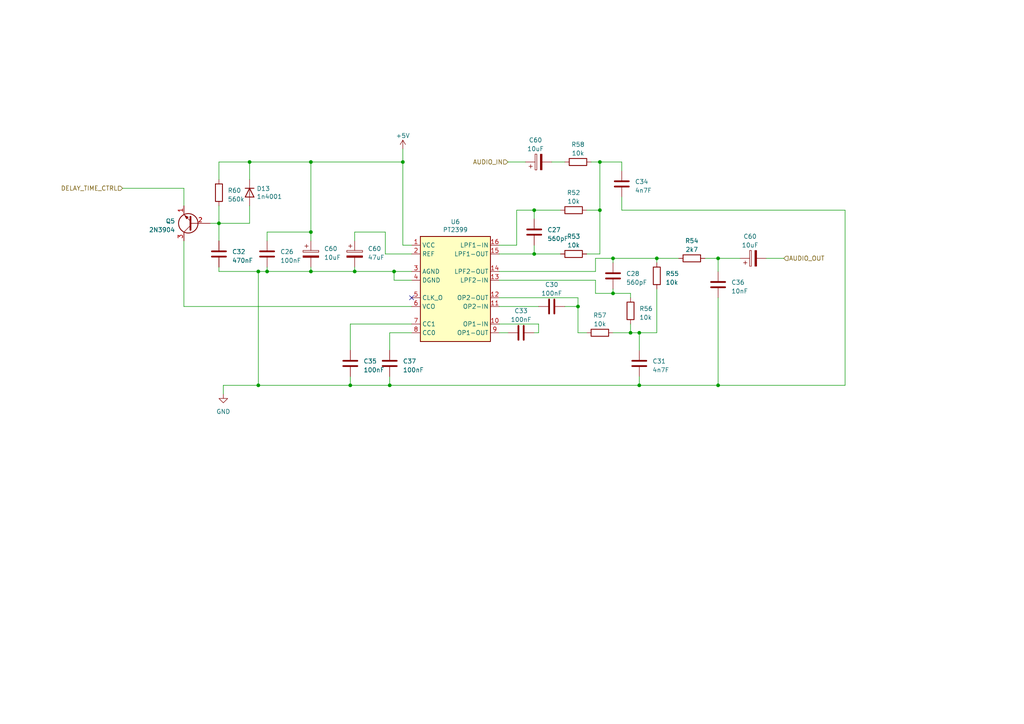
<source format=kicad_sch>
(kicad_sch (version 20230121) (generator eeschema)
  (paper "A4")
  (title_block (date "2022-03-04") (rev "v05") (comment 2 "creativecommons.org/licenses/by/4.0/") (comment 3 "License: CC BY 4.0") (comment 4 "Author: Guy John"))
  (lib_symbols
    (symbol "Audio:PT2399"
      (property "Reference" "U" (at 0 17.78 0))
      (property "Value" "PT2399" (at 0 -17.78 0))
      (symbol "PT2399_0_1"
        (rectangle (start -10.16 15.24) (end 10.16 -15.24) (stroke (width 0.254)) (fill (type background)))
      )
      (symbol "PT2399_1_1"
        (pin power_in line (at -12.7 12.7 0) (length 2.54) (name "VCC") (number "1"))
        (pin input line (at 12.7 -10.16 180) (length 2.54) (name "OP1-IN") (number "10"))
        (pin input line (at 12.7 -5.08 180) (length 2.54) (name "OP2-IN") (number "11"))
        (pin output line (at 12.7 -2.54 180) (length 2.54) (name "OP2-OUT") (number "12"))
        (pin input line (at 12.7 2.54 180) (length 2.54) (name "LPF2-IN") (number "13"))
        (pin output line (at 12.7 5.08 180) (length 2.54) (name "LPF2-OUT") (number "14"))
        (pin output line (at 12.7 10.16 180) (length 2.54) (name "LPF1-OUT") (number "15"))
        (pin input line (at 12.7 12.7 180) (length 2.54) (name "LPF1-IN") (number "16"))
        (pin passive line (at -12.7 10.16 0) (length 2.54) (name "REF") (number "2"))
        (pin power_in line (at -12.7 5.08 0) (length 2.54) (name "AGND") (number "3"))
        (pin power_in line (at -12.7 2.54 0) (length 2.54) (name "DGND") (number "4"))
        (pin passive line (at -12.7 -2.54 0) (length 2.54) (name "CLK_O") (number "5"))
        (pin passive line (at -12.7 -5.08 0) (length 2.54) (name "VCO") (number "6"))
        (pin passive line (at -12.7 -10.16 0) (length 2.54) (name "CC1") (number "7"))
        (pin passive line (at -12.7 -12.7 0) (length 2.54) (name "CC0") (number "8"))
        (pin output line (at 12.7 -12.7 180) (length 2.54) (name "OP1-OUT") (number "9"))
      )
    )
    (symbol "Device:D" (pin_numbers hide) (pin_names (offset 1.016) hide)
      (property "Reference" "D" (at 0 2.54 0))
      (property "Value" "D" (at 0 -2.54 0))
      (symbol "D_0_1"
        (polyline (pts (xy -1.27 1.27) (xy -1.27 -1.27)) (stroke (width 0.254)))
        (polyline (pts (xy 1.27 0) (xy -1.27 0)))
        (polyline (pts (xy 1.27 1.27) (xy 1.27 -1.27) (xy -1.27 0) (xy 1.27 1.27)) (stroke (width 0.254)))
      )
      (symbol "D_1_1"
        (pin passive line (at -3.81 0 0) (length 2.54) (name "K") (number "1"))
        (pin passive line (at 3.81 0 180) (length 2.54) (name "A") (number "2"))
      )
    )
    (symbol "Rumblesan Standard Parts:C" (pin_numbers hide) (pin_names (offset 0.254) hide)
      (property "Reference" "C?" (at -6.35 0 90))
      (property "Value" "C" (at -3.81 0 90))
      (symbol "C_0_1"
        (polyline (pts (xy -2.032 -0.762) (xy 2.032 -0.762)) (stroke (width 0.508)))
        (polyline (pts (xy -2.032 0.762) (xy 2.032 0.762)) (stroke (width 0.508)))
      )
      (symbol "C_1_1"
        (pin passive line (at 0 3.81 270) (length 2.794) (name "~") (number "1"))
        (pin passive line (at 0 -3.81 90) (length 2.794) (name "~") (number "2"))
      )
    )
    (symbol "Rumblesan Standard Parts:C_Polarized" (pin_numbers hide) (pin_names (offset 0.254) hide)
      (property "Reference" "C?" (at -6.35 0 90))
      (property "Value" "C_Polarized" (at -3.81 0 90))
      (symbol "C_Polarized_0_1"
        (rectangle (start -2.286 0.508) (end 2.286 1.016))
        (polyline (pts (xy -1.778 2.286) (xy -0.762 2.286)))
        (polyline (pts (xy -1.27 2.794) (xy -1.27 1.778)))
        (rectangle (start 2.286 -0.508) (end -2.286 -1.016) (fill (type outline)))
      )
      (symbol "C_Polarized_1_1"
        (pin passive line (at 0 3.81 270) (length 2.794) (name "~") (number "1"))
        (pin passive line (at 0 -3.81 90) (length 2.794) (name "~") (number "2"))
      )
    )
    (symbol "Rumblesan Standard Parts:R" (pin_numbers hide) (pin_names (offset 0))
      (property "Reference" "R?" (at -5.08 0 90))
      (property "Value" "R" (at -2.54 0 90))
      (symbol "R_0_1"
        (rectangle (start 1.016 2.54) (end -1.016 -2.54) (stroke (width 0.254)))
      )
      (symbol "R_1_1"
        (pin passive line (at 0 -3.81 90) (length 1.27) (name "~") (number "1"))
        (pin passive line (at 0 3.81 270) (length 1.27) (name "~") (number "2"))
      )
    )
    (symbol "Transistor_BJT:2N3904" (pin_names (offset 0) hide)
      (property "Reference" "Q" (at 5.08 1.905 0))
      (property "Value" "2N3904" (at 5.08 0 0))
      (symbol "2N3904_0_1"
        (polyline (pts (xy 0.635 0.635) (xy 2.54 2.54)))
        (polyline (pts (xy 0.635 -0.635) (xy 2.54 -2.54) (xy 2.54 -2.54)))
        (polyline (pts (xy 0.635 1.905) (xy 0.635 -1.905) (xy 0.635 -1.905)) (stroke (width 0.508)))
        (polyline (pts (xy 1.27 -1.778) (xy 1.778 -1.27) (xy 2.286 -2.286) (xy 1.27 -1.778) (xy 1.27 -1.778)) (fill (type outline)))
        (circle (center 1.27 0) (radius 2.8194) (stroke (width 0.254)))
      )
      (symbol "2N3904_1_1"
        (pin passive line (at 2.54 -5.08 90) (length 2.54) (name "E") (number "1"))
        (pin passive line (at -5.08 0 0) (length 5.715) (name "B") (number "2"))
        (pin passive line (at 2.54 5.08 270) (length 2.54) (name "C") (number "3"))
      )
    )
    (symbol "power:+5V" (power) (pin_names (offset 0))
      (property "Value" "+5V" (at 0 3.556 0))
      (symbol "+5V_0_1"
        (polyline (pts (xy -0.762 1.27) (xy 0 2.54)))
        (polyline (pts (xy 0 0) (xy 0 2.54)))
        (polyline (pts (xy 0 2.54) (xy 0.762 1.27)))
      )
      (symbol "+5V_1_1"
        (pin power_in line (at 0 0 90) (length 0) hide (name "+5V") (number "1"))
      )
    )
    (symbol "power:GND" (power) (pin_names (offset 0))
      (property "Value" "GND" (at 0 -3.81 0))
      (symbol "GND_0_1"
        (polyline (pts (xy 0 0) (xy 0 -1.27) (xy 1.27 -1.27) (xy 0 -2.54) (xy -1.27 -1.27) (xy 0 -1.27)))
      )
      (symbol "GND_1_1"
        (pin power_in line (at 0 0 270) (length 0) hide (name "GND") (number "1"))
      )
    )
  )
  (junction (at 154.94 73.66))
  (junction (at 173.99 60.96))
  (junction (at 101.6 111.76))
  (junction (at 63.5 64.77))
  (junction (at 167.64 88.9))
  (junction (at 177.8 74.93))
  (junction (at 177.8 85.09))
  (junction (at 77.47 78.74))
  (junction (at 185.42 96.52))
  (junction (at 102.87 78.74))
  (junction (at 173.99 46.99))
  (junction (at 116.84 46.99))
  (junction (at 90.17 78.74))
  (junction (at 114.3 78.74))
  (junction (at 182.88 96.52))
  (junction (at 90.17 46.99))
  (junction (at 190.5 74.93))
  (junction (at 74.93 78.74))
  (junction (at 185.42 111.76))
  (junction (at 154.94 60.96))
  (junction (at 90.17 67.31))
  (junction (at 74.93 111.76))
  (junction (at 113.03 111.76))
  (junction (at 208.28 74.93))
  (junction (at 208.28 111.76))
  (junction (at 72.39 46.99))
  (no_connect (at 119.38 86.36))
  (wire (pts (xy 182.88 86.36) (xy 182.88 85.09)))
  (wire (pts (xy 172.72 78.74) (xy 172.72 74.93)))
  (wire (pts (xy 149.86 71.12) (xy 149.86 60.96)))
  (wire (pts (xy 144.78 96.52) (xy 147.32 96.52)))
  (wire (pts (xy 77.47 67.31) (xy 90.17 67.31)))
  (wire (pts (xy 190.5 74.93) (xy 196.85 74.93)))
  (wire (pts (xy 63.5 64.77) (xy 72.39 64.77)))
  (wire (pts (xy 119.38 81.28) (xy 114.3 81.28)))
  (wire (pts (xy 63.5 64.77) (xy 63.5 69.85)))
  (wire (pts (xy 144.78 86.36) (xy 167.64 86.36)))
  (wire (pts (xy 190.5 83.82) (xy 190.5 96.52)))
  (wire (pts (xy 156.21 93.98) (xy 144.78 93.98)))
  (wire (pts (xy 185.42 96.52) (xy 185.42 101.6)))
  (wire (pts (xy 113.03 111.76) (xy 113.03 109.22)))
  (wire (pts (xy 144.78 73.66) (xy 154.94 73.66)))
  (wire (pts (xy 53.34 88.9) (xy 119.38 88.9)))
  (wire (pts (xy 245.11 111.76) (xy 208.28 111.76)))
  (wire (pts (xy 101.6 109.22) (xy 101.6 111.76)))
  (wire (pts (xy 102.87 67.31) (xy 102.87 69.85)))
  (wire (pts (xy 147.32 46.99) (xy 152.4 46.99)))
  (wire (pts (xy 90.17 46.99) (xy 116.84 46.99)))
  (wire (pts (xy 167.64 96.52) (xy 170.18 96.52)))
  (wire (pts (xy 111.76 67.31) (xy 102.87 67.31)))
  (wire (pts (xy 162.56 73.66) (xy 154.94 73.66)))
  (wire (pts (xy 180.34 46.99) (xy 180.34 49.53)))
  (wire (pts (xy 172.72 74.93) (xy 177.8 74.93)))
  (wire (pts (xy 170.18 60.96) (xy 173.99 60.96)))
  (wire (pts (xy 114.3 81.28) (xy 114.3 78.74)))
  (wire (pts (xy 208.28 74.93) (xy 214.63 74.93)))
  (wire (pts (xy 144.78 78.74) (xy 172.72 78.74)))
  (wire (pts (xy 154.94 96.52) (xy 156.21 96.52)))
  (wire (pts (xy 172.72 85.09) (xy 177.8 85.09)))
  (wire (pts (xy 90.17 46.99) (xy 72.39 46.99)))
  (wire (pts (xy 204.47 74.93) (xy 208.28 74.93)))
  (wire (pts (xy 149.86 60.96) (xy 154.94 60.96)))
  (wire (pts (xy 208.28 111.76) (xy 185.42 111.76)))
  (wire (pts (xy 171.45 46.99) (xy 173.99 46.99)))
  (wire (pts (xy 63.5 78.74) (xy 74.93 78.74)))
  (wire (pts (xy 35.56 54.61) (xy 53.34 54.61)))
  (wire (pts (xy 116.84 46.99) (xy 116.84 71.12)))
  (wire (pts (xy 154.94 60.96) (xy 162.56 60.96)))
  (wire (pts (xy 63.5 46.99) (xy 63.5 52.07)))
  (wire (pts (xy 177.8 74.93) (xy 190.5 74.93)))
  (wire (pts (xy 172.72 81.28) (xy 172.72 85.09)))
  (wire (pts (xy 90.17 46.99) (xy 90.17 67.31)))
  (wire (pts (xy 113.03 96.52) (xy 113.03 101.6)))
  (wire (pts (xy 154.94 73.66) (xy 154.94 71.12)))
  (wire (pts (xy 101.6 111.76) (xy 113.03 111.76)))
  (wire (pts (xy 77.47 78.74) (xy 90.17 78.74)))
  (wire (pts (xy 114.3 78.74) (xy 119.38 78.74)))
  (wire (pts (xy 102.87 78.74) (xy 90.17 78.74)))
  (wire (pts (xy 190.5 76.2) (xy 190.5 74.93)))
  (wire (pts (xy 119.38 93.98) (xy 101.6 93.98)))
  (wire (pts (xy 60.96 64.77) (xy 63.5 64.77)))
  (wire (pts (xy 170.18 73.66) (xy 173.99 73.66)))
  (wire (pts (xy 190.5 96.52) (xy 185.42 96.52)))
  (wire (pts (xy 116.84 71.12) (xy 119.38 71.12)))
  (wire (pts (xy 245.11 60.96) (xy 245.11 111.76)))
  (wire (pts (xy 177.8 74.93) (xy 177.8 76.2)))
  (wire (pts (xy 156.21 96.52) (xy 156.21 93.98)))
  (wire (pts (xy 182.88 93.98) (xy 182.88 96.52)))
  (wire (pts (xy 208.28 74.93) (xy 208.28 78.74)))
  (wire (pts (xy 154.94 60.96) (xy 154.94 63.5)))
  (wire (pts (xy 72.39 64.77) (xy 72.39 59.69)))
  (wire (pts (xy 180.34 46.99) (xy 173.99 46.99)))
  (wire (pts (xy 90.17 69.85) (xy 90.17 67.31)))
  (wire (pts (xy 119.38 96.52) (xy 113.03 96.52)))
  (wire (pts (xy 180.34 57.15) (xy 180.34 60.96)))
  (wire (pts (xy 72.39 46.99) (xy 63.5 46.99)))
  (wire (pts (xy 90.17 78.74) (xy 90.17 77.47)))
  (wire (pts (xy 177.8 85.09) (xy 177.8 83.82)))
  (wire (pts (xy 101.6 93.98) (xy 101.6 101.6)))
  (wire (pts (xy 185.42 109.22) (xy 185.42 111.76)))
  (wire (pts (xy 113.03 111.76) (xy 185.42 111.76)))
  (wire (pts (xy 173.99 73.66) (xy 173.99 60.96)))
  (wire (pts (xy 53.34 88.9) (xy 53.34 69.85)))
  (wire (pts (xy 116.84 43.18) (xy 116.84 46.99)))
  (wire (pts (xy 182.88 85.09) (xy 177.8 85.09)))
  (wire (pts (xy 77.47 77.47) (xy 77.47 78.74)))
  (wire (pts (xy 74.93 78.74) (xy 77.47 78.74)))
  (wire (pts (xy 222.25 74.93) (xy 227.33 74.93)))
  (wire (pts (xy 208.28 86.36) (xy 208.28 111.76)))
  (wire (pts (xy 111.76 67.31) (xy 111.76 73.66)))
  (wire (pts (xy 102.87 78.74) (xy 114.3 78.74)))
  (wire (pts (xy 53.34 54.61) (xy 53.34 59.69)))
  (wire (pts (xy 72.39 52.07) (xy 72.39 46.99)))
  (wire (pts (xy 64.77 111.76) (xy 64.77 114.3)))
  (wire (pts (xy 74.93 111.76) (xy 101.6 111.76)))
  (wire (pts (xy 160.02 46.99) (xy 163.83 46.99)))
  (wire (pts (xy 63.5 59.69) (xy 63.5 64.77)))
  (wire (pts (xy 144.78 81.28) (xy 172.72 81.28)))
  (wire (pts (xy 177.8 96.52) (xy 182.88 96.52)))
  (wire (pts (xy 77.47 69.85) (xy 77.47 67.31)))
  (wire (pts (xy 111.76 73.66) (xy 119.38 73.66)))
  (wire (pts (xy 144.78 88.9) (xy 156.21 88.9)))
  (wire (pts (xy 182.88 96.52) (xy 185.42 96.52)))
  (wire (pts (xy 74.93 78.74) (xy 74.93 111.76)))
  (wire (pts (xy 74.93 111.76) (xy 64.77 111.76)))
  (wire (pts (xy 144.78 71.12) (xy 149.86 71.12)))
  (wire (pts (xy 167.64 88.9) (xy 167.64 96.52)))
  (wire (pts (xy 173.99 46.99) (xy 173.99 60.96)))
  (wire (pts (xy 63.5 77.47) (xy 63.5 78.74)))
  (wire (pts (xy 102.87 77.47) (xy 102.87 78.74)))
  (wire (pts (xy 180.34 60.96) (xy 245.11 60.96)))
  (wire (pts (xy 167.64 86.36) (xy 167.64 88.9)))
  (wire (pts (xy 167.64 88.9) (xy 163.83 88.9)))
  (hierarchical_label "AUDIO_IN" (shape input) (at 147.32 46.99 180))
  (hierarchical_label "DELAY_TIME_CTRL" (shape input) (at 35.56 54.61 180))
  (hierarchical_label "AUDIO_OUT" (shape input) (at 227.33 74.93 0))
  (symbol (lib_id "Audio:PT2399") (at 132.08 83.82 0) (unit 1)
    (property "Reference" "U6" (at 132.08 64.3382 0))
    (property "Value" "PT2399" (at 132.08 66.6496 0))
    (property "Footprint" "Package_DIP:DIP-16_W7.62mm_Socket" (effects hide))
    (property "Datasheet" "http://sound.westhost.com/pt2399.pdf" (effects hide))
    (instances (project "dual-digi-delay" (path "" (reference "U6") (unit 1)) (path "" (reference "U8") (unit 1))))
  )
  (symbol (lib_id "Device:D") (at 72.39 55.88 270) (unit 1)
    (property "Reference" "D13" (at 74.422 54.7116 90) (effects (justify left)))
    (property "Value" "1n4001" (at 74.422 57.023 90) (effects (justify left)))
    (property "Footprint" "Rumblesan_Standard_Parts:D_DO-41_SOD81_P10.16mm_Horizontal" (effects hide))
    (property "Sim.Device" "D" (effects hide))
    (property "Sim.Pins" "1=K 2=A" (effects hide))
    (instances (project "dual-digi-delay" (path "" (reference "D13") (unit 1)) (path "" (reference "D14") (unit 1))))
  )
  (symbol (lib_id "Rumblesan Standard Parts:C") (at 151.13 96.52 90) (unit 1)
    (property "Reference" "C33" (at 151.13 90.17 90))
    (property "Value" "100nF" (at 151.13 92.71 90))
    (property "Footprint" "Rumblesan_Standard_Parts:C_Rect_L7.0mm_W3.5mm_P5.00mm" (effects hide))
    (property "Spec" "ceramic C0G" (effects hide))
    (property "Tolerance" "5%" (effects hide))
    (instances (project "dual-digi-delay" (path "" (reference "C33") (unit 1)) (path "" (reference "C55") (unit 1))))
  )
  (symbol (lib_id "Rumblesan Standard Parts:R") (at 182.88 90.17 0) (unit 1)
    (property "Reference" "R56" (at 185.42 89.535 0) (effects (justify left)))
    (property "Value" "10k" (at 185.42 92.075 0) (effects (justify left)))
    (property "Footprint" "Rumblesan_Standard_Parts:R_Axial_DIN0207_L6.3mm_D2.5mm_P10.16mm_Horizontal" (effects hide))
    (property "Tolerance" "1%" (effects hide))
    (property "Power" "0.5W" (effects hide))
    (property "Spec" "metal film" (effects hide))
    (instances (project "dual-digi-delay" (path "" (reference "R56") (unit 1)) (path "" (reference "R68") (unit 1))))
  )
  (symbol (lib_id "Rumblesan Standard Parts:C_Polarized") (at 102.87 73.66 0) (unit 1)
    (property "Reference" "C60" (at 106.68 72.136 0) (effects (justify left)))
    (property "Value" "47uF" (at 106.68 74.676 0) (effects (justify left)))
    (property "Footprint" "Rumblesan_Standard_Parts:CP_Radial_D8.0mm_P3.50mm" (effects hide))
    (property "Spec" "electrolytic" (effects hide))
    (property "Tolerance" "20%" (effects hide))
    (property "Voltage" "50v" (effects hide))
    (instances (project "dual-digi-delay" (path "" (reference "C60") (unit 1)) (path "" (reference "C29") (unit 1)) (path "" (reference "C48") (unit 1))))
  )
  (symbol (lib_id "Rumblesan Standard Parts:R") (at 167.64 46.99 90) (unit 1)
    (property "Reference" "R58" (at 167.64 41.91 90))
    (property "Value" "10k" (at 167.64 44.45 90))
    (property "Footprint" "Rumblesan_Standard_Parts:R_Axial_DIN0207_L6.3mm_D2.5mm_P10.16mm_Horizontal" (effects hide))
    (property "Tolerance" "1%" (effects hide))
    (property "Power" "0.5W" (effects hide))
    (property "Spec" "metal film" (effects hide))
    (instances (project "dual-digi-delay" (path "" (reference "R58") (unit 1)) (path "" (reference "R63") (unit 1))))
  )
  (symbol (lib_id "Rumblesan Standard Parts:C_Polarized") (at 218.44 74.93 90) (unit 1)
    (property "Reference" "C60" (at 217.551 68.58 90))
    (property "Value" "10uF" (at 217.551 71.12 90))
    (property "Footprint" "Rumblesan_Standard_Parts:CP_Radial_D5.0mm_P2.00mm" (effects hide))
    (property "Spec" "electrolytic (audio)" (effects hide))
    (property "Tolerance" "20%" (effects hide))
    (property "Voltage" "50v" (effects hide))
    (instances (project "dual-digi-delay" (path "" (reference "C60") (unit 1)) (path "" (reference "C39") (unit 1)) (path "" (reference "C42") (unit 1))))
  )
  (symbol (lib_id "Rumblesan Standard Parts:R") (at 173.99 96.52 90) (unit 1)
    (property "Reference" "R57" (at 173.99 91.44 90))
    (property "Value" "10k" (at 173.99 93.98 90))
    (property "Footprint" "Rumblesan_Standard_Parts:R_Axial_DIN0207_L6.3mm_D2.5mm_P10.16mm_Horizontal" (effects hide))
    (property "Tolerance" "1%" (effects hide))
    (property "Power" "0.5W" (effects hide))
    (property "Spec" "metal film" (effects hide))
    (instances (project "dual-digi-delay" (path "" (reference "R57") (unit 1)) (path "" (reference "R69") (unit 1))))
  )
  (symbol (lib_id "Rumblesan Standard Parts:C") (at 77.47 73.66 180) (unit 1)
    (property "Reference" "C26" (at 81.28 73.025 0) (effects (justify right)))
    (property "Value" "100nF" (at 81.28 75.565 0) (effects (justify right)))
    (property "Footprint" "Rumblesan_Standard_Parts:C_Rect_L7.0mm_W3.5mm_P5.00mm" (effects hide))
    (property "Spec" "ceramic X7R" (effects hide))
    (property "Tolerance" "5%" (effects hide))
    (instances (project "dual-digi-delay" (path "" (reference "C26") (unit 1)) (path "" (reference "C47") (unit 1))))
  )
  (symbol (lib_id "Rumblesan Standard Parts:C") (at 63.5 73.66 0) (unit 1)
    (property "Reference" "C32" (at 67.31 73.025 0) (effects (justify left)))
    (property "Value" "470nF" (at 67.31 75.565 0) (effects (justify left)))
    (property "Footprint" "Rumblesan_Standard_Parts:C_Rect_L7.0mm_W3.5mm_P5.00mm" (effects hide))
    (property "Spec" "ceramic X7R" (effects hide))
    (property "Tolerance" "5%" (effects hide))
    (instances (project "dual-digi-delay" (path "" (reference "C32") (unit 1)) (path "" (reference "C51") (unit 1))))
  )
  (symbol (lib_id "power:GND") (at 64.77 114.3 0) (unit 1)
    (property "Reference" "#PWR020" (effects hide))
    (property "Value" "GND" (at 64.77 119.38 0))
    (instances (project "dual-digi-delay" (path "" (reference "#PWR020") (unit 1)) (path "" (reference "#PWR021") (unit 1))))
  )
  (symbol (lib_id "Rumblesan Standard Parts:C") (at 113.03 105.41 180) (unit 1)
    (property "Reference" "C37" (at 116.84 104.775 0) (effects (justify right)))
    (property "Value" "100nF" (at 116.84 107.315 0) (effects (justify right)))
    (property "Footprint" "Rumblesan_Standard_Parts:C_Rect_L7.0mm_W3.5mm_P5.00mm" (effects hide))
    (property "Spec" "ceramic C0G" (effects hide))
    (property "Tolerance" "5%" (effects hide))
    (instances (project "dual-digi-delay" (path "" (reference "C37") (unit 1)) (path "" (reference "C57") (unit 1))))
  )
  (symbol (lib_id "Rumblesan Standard Parts:C_Polarized") (at 156.21 46.99 90) (unit 1)
    (property "Reference" "C60" (at 155.321 40.64 90))
    (property "Value" "10uF" (at 155.321 43.18 90))
    (property "Footprint" "Rumblesan_Standard_Parts:CP_Radial_D5.0mm_P2.00mm" (effects hide))
    (property "Spec" "electrolytic (audio)" (effects hide))
    (property "Tolerance" "20%" (effects hide))
    (property "Voltage" "50v" (effects hide))
    (instances (project "dual-digi-delay" (path "" (reference "C60") (unit 1)) (path "" (reference "C38") (unit 1)) (path "" (reference "C43") (unit 1))))
  )
  (symbol (lib_id "Rumblesan Standard Parts:C") (at 180.34 53.34 180) (unit 1)
    (property "Reference" "C34" (at 184.15 52.705 0) (effects (justify right)))
    (property "Value" "4n7F" (at 184.15 55.245 0) (effects (justify right)))
    (property "Footprint" "Rumblesan_Standard_Parts:C_Rect_L7.0mm_W3.5mm_P5.00mm" (effects hide))
    (property "Spec" "polypropylene" (effects hide))
    (property "Tolerance" "5%" (effects hide))
    (instances (project "dual-digi-delay" (path "" (reference "C34") (unit 1)) (path "" (reference "C44") (unit 1))))
  )
  (symbol (lib_id "Rumblesan Standard Parts:R") (at 166.37 60.96 90) (unit 1)
    (property "Reference" "R52" (at 166.37 55.88 90))
    (property "Value" "10k" (at 166.37 58.42 90))
    (property "Footprint" "Rumblesan_Standard_Parts:R_Axial_DIN0207_L6.3mm_D2.5mm_P10.16mm_Horizontal" (effects hide))
    (property "Tolerance" "1%" (effects hide))
    (property "Power" "0.5W" (effects hide))
    (property "Spec" "metal film" (effects hide))
    (instances (project "dual-digi-delay" (path "" (reference "R52") (unit 1)) (path "" (reference "R64") (unit 1))))
  )
  (symbol (lib_id "power:+5V") (at 116.84 43.18 0) (unit 1)
    (property "Reference" "#PWR022" (effects hide))
    (property "Value" "+5V" (at 116.84 39.37 0))
    (instances (project "dual-digi-delay" (path "" (reference "#PWR022") (unit 1)) (path "" (reference "#PWR023") (unit 1))))
  )
  (symbol (lib_id "Rumblesan Standard Parts:R") (at 190.5 80.01 0) (unit 1)
    (property "Reference" "R55" (at 193.04 79.375 0) (effects (justify left)))
    (property "Value" "10k" (at 193.04 81.915 0) (effects (justify left)))
    (property "Footprint" "Rumblesan_Standard_Parts:R_Axial_DIN0207_L6.3mm_D2.5mm_P10.16mm_Horizontal" (effects hide))
    (property "Tolerance" "1%" (effects hide))
    (property "Power" "0.5W" (effects hide))
    (property "Spec" "metal film" (effects hide))
    (instances (project "dual-digi-delay" (path "" (reference "R55") (unit 1)) (path "" (reference "R67") (unit 1))))
  )
  (symbol (lib_id "Rumblesan Standard Parts:R") (at 63.5 55.88 180) (unit 1)
    (property "Reference" "R60" (at 66.04 55.245 0) (effects (justify right)))
    (property "Value" "560k" (at 66.04 57.785 0) (effects (justify right)))
    (property "Footprint" "Rumblesan_Standard_Parts:R_Axial_DIN0207_L6.3mm_D2.5mm_P10.16mm_Horizontal" (effects hide))
    (property "Tolerance" "1%" (effects hide))
    (property "Power" "0.5W" (effects hide))
    (property "Spec" "metal film" (effects hide))
    (instances (project "dual-digi-delay" (path "" (reference "R60") (unit 1)) (path "" (reference "R62") (unit 1))))
  )
  (symbol (lib_id "Rumblesan Standard Parts:C") (at 101.6 105.41 180) (unit 1)
    (property "Reference" "C35" (at 105.41 104.775 0) (effects (justify right)))
    (property "Value" "100nF" (at 105.41 107.315 0) (effects (justify right)))
    (property "Footprint" "Rumblesan_Standard_Parts:C_Rect_L7.0mm_W3.5mm_P5.00mm" (effects hide))
    (property "Spec" "ceramic C0G" (effects hide))
    (property "Tolerance" "5%" (effects hide))
    (instances (project "dual-digi-delay" (path "" (reference "C35") (unit 1)) (path "" (reference "C54") (unit 1))))
  )
  (symbol (lib_id "Rumblesan Standard Parts:C_Polarized") (at 90.17 73.66 0) (unit 1)
    (property "Reference" "C60" (at 93.98 72.136 0) (effects (justify left)))
    (property "Value" "10uF" (at 93.98 74.676 0) (effects (justify left)))
    (property "Footprint" "Rumblesan_Standard_Parts:CP_Radial_D6.3mm_P2.50mm" (effects hide))
    (property "Spec" "electrolytic" (effects hide))
    (property "Tolerance" "20%" (effects hide))
    (property "Voltage" "50v" (effects hide))
    (instances (project "dual-digi-delay" (path "" (reference "C60") (unit 1)) (path "" (reference "C25") (unit 1)) (path "" (reference "C46") (unit 1))))
  )
  (symbol (lib_id "Transistor_BJT:2N3904") (at 55.88 64.77 180) (unit 1)
    (property "Reference" "Q5" (at 50.8 64.135 0) (effects (justify left)))
    (property "Value" "2N3904" (at 50.8 66.675 0) (effects (justify left)))
    (property "Footprint" "Package_TO_SOT_THT:TO-92_Inline_Wide" (effects hide))
    (property "Datasheet" "https://www.onsemi.com/pub/Collateral/2N3903-D.PDF" (effects hide))
    (instances (project "dual-digi-delay" (path "" (reference "Q5") (unit 1)) (path "" (reference "Q6") (unit 1))))
  )
  (symbol (lib_id "Rumblesan Standard Parts:R") (at 166.37 73.66 90) (unit 1)
    (property "Reference" "R53" (at 166.37 68.58 90))
    (property "Value" "10k" (at 166.37 71.12 90))
    (property "Footprint" "Rumblesan_Standard_Parts:R_Axial_DIN0207_L6.3mm_D2.5mm_P10.16mm_Horizontal" (effects hide))
    (property "Tolerance" "1%" (effects hide))
    (property "Power" "0.5W" (effects hide))
    (property "Spec" "metal film" (effects hide))
    (instances (project "dual-digi-delay" (path "" (reference "R53") (unit 1)) (path "" (reference "R65") (unit 1))))
  )
  (symbol (lib_id "Rumblesan Standard Parts:C") (at 154.94 67.31 180) (unit 1)
    (property "Reference" "C27" (at 158.75 66.675 0) (effects (justify right)))
    (property "Value" "560pF" (at 158.75 69.215 0) (effects (justify right)))
    (property "Footprint" "Rumblesan_Standard_Parts:C_Rect_L7.0mm_W3.5mm_P5.00mm" (effects hide))
    (property "Spec" "ceramic C0G" (effects hide))
    (property "Tolerance" "5%" (effects hide))
    (instances (project "dual-digi-delay" (path "" (reference "C27") (unit 1)) (path "" (reference "C49") (unit 1))))
  )
  (symbol (lib_id "Rumblesan Standard Parts:C") (at 177.8 80.01 0) (unit 1)
    (property "Reference" "C28" (at 181.61 79.375 0) (effects (justify left)))
    (property "Value" "560pF" (at 181.61 81.915 0) (effects (justify left)))
    (property "Footprint" "Rumblesan_Standard_Parts:C_Rect_L7.0mm_W3.5mm_P5.00mm" (effects hide))
    (property "Spec" "ceramic C0G" (effects hide))
    (property "Tolerance" "5%" (effects hide))
    (instances (project "dual-digi-delay" (path "" (reference "C28") (unit 1)) (path "" (reference "C50") (unit 1))))
  )
  (symbol (lib_id "Rumblesan Standard Parts:R") (at 200.66 74.93 90) (unit 1)
    (property "Reference" "R54" (at 200.66 69.85 90))
    (property "Value" "2k7" (at 200.66 72.39 90))
    (property "Footprint" "Rumblesan_Standard_Parts:R_Axial_DIN0207_L6.3mm_D2.5mm_P10.16mm_Horizontal" (effects hide))
    (property "Tolerance" "1%" (effects hide))
    (property "Power" "0.5W" (effects hide))
    (property "Spec" "metal film" (effects hide))
    (instances (project "dual-digi-delay" (path "" (reference "R54") (unit 1)) (path "" (reference "R66") (unit 1))))
  )
  (symbol (lib_id "Rumblesan Standard Parts:C") (at 208.28 82.55 180) (unit 1)
    (property "Reference" "C36" (at 212.09 81.915 0) (effects (justify right)))
    (property "Value" "10nF" (at 212.09 84.455 0) (effects (justify right)))
    (property "Footprint" "Rumblesan_Standard_Parts:C_Rect_L7.0mm_W3.5mm_P5.00mm" (effects hide))
    (property "Spec" "polypropylene" (effects hide))
    (property "Tolerance" "5%" (effects hide))
    (instances (project "dual-digi-delay" (path "" (reference "C36") (unit 1)) (path "" (reference "C45") (unit 1))))
  )
  (symbol (lib_id "Rumblesan Standard Parts:C") (at 160.02 88.9 90) (unit 1)
    (property "Reference" "C30" (at 160.02 82.55 90))
    (property "Value" "100nF" (at 160.02 85.09 90))
    (property "Footprint" "Rumblesan_Standard_Parts:C_Rect_L7.0mm_W3.5mm_P5.00mm" (effects hide))
    (property "Spec" "ceramic C0G" (effects hide))
    (property "Tolerance" "5%" (effects hide))
    (instances (project "dual-digi-delay" (path "" (reference "C30") (unit 1)) (path "" (reference "C52") (unit 1))))
  )
  (symbol (lib_id "Rumblesan Standard Parts:C") (at 185.42 105.41 180) (unit 1)
    (property "Reference" "C31" (at 189.23 104.775 0) (effects (justify right)))
    (property "Value" "4n7F" (at 189.23 107.315 0) (effects (justify right)))
    (property "Footprint" "Rumblesan_Standard_Parts:C_Rect_L7.0mm_W3.5mm_P5.00mm" (effects hide))
    (property "Spec" "polypropylene" (effects hide))
    (property "Tolerance" "5%" (effects hide))
    (instances (project "dual-digi-delay" (path "" (reference "C31") (unit 1)) (path "" (reference "C53") (unit 1))))
  )
)
</source>
